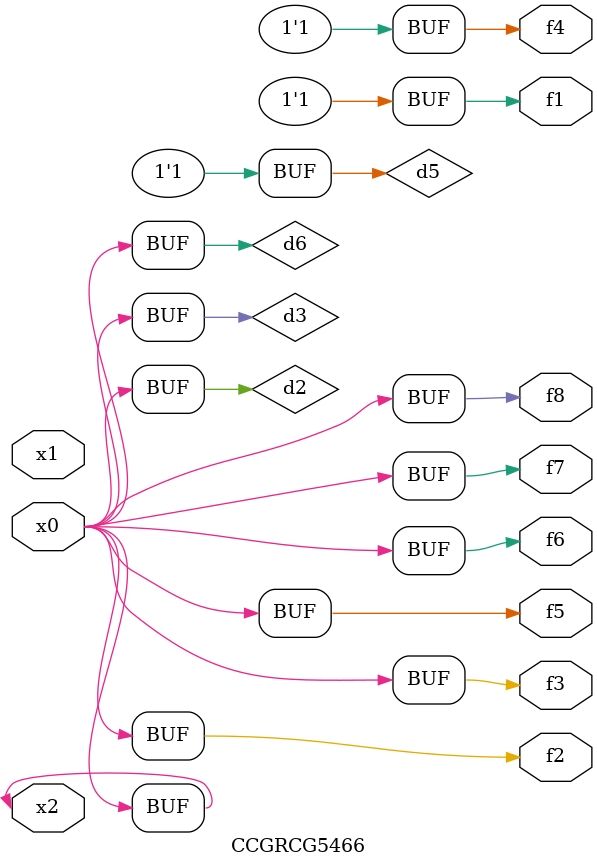
<source format=v>
module CCGRCG5466(
	input x0, x1, x2,
	output f1, f2, f3, f4, f5, f6, f7, f8
);

	wire d1, d2, d3, d4, d5, d6;

	xnor (d1, x2);
	buf (d2, x0, x2);
	and (d3, x0);
	xnor (d4, x1, x2);
	nand (d5, d1, d3);
	buf (d6, d2, d3);
	assign f1 = d5;
	assign f2 = d6;
	assign f3 = d6;
	assign f4 = d5;
	assign f5 = d6;
	assign f6 = d6;
	assign f7 = d6;
	assign f8 = d6;
endmodule

</source>
